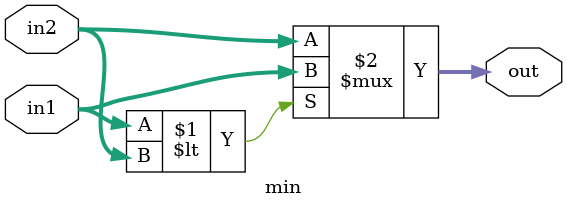
<source format=sv>
`timescale 1ns / 1ps


module min
    #(parameter int N = 8) (
    input logic [N-1:0] in1,
    input logic [N-1:0] in2,
    output logic [N-1:0] out
    );
    
    assign out = (in1 < in2) ? in1 : in2;
    
endmodule

</source>
